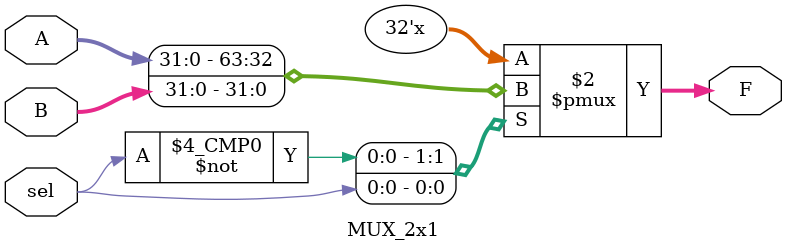
<source format=v>
`timescale 1ns / 1ps


module MUX_2x1 (A, B, sel, F);

    parameter size = 32;

    input [size-1:0] A,B;
    output [size-1:0] F;
    input sel;

    reg [size-1:0] F;

    always @(*) begin
        case (sel)
            1'b0:
                F = A;
            1'b1:
                F = B;
            default:
                F = A;
        endcase
    end

endmodule

</source>
